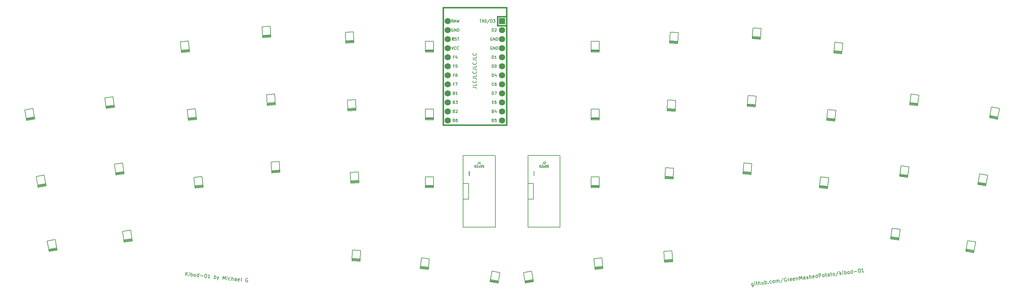
<source format=gbr>
%TF.GenerationSoftware,KiCad,Pcbnew,(6.0.0-0)*%
%TF.CreationDate,2022-01-05T19:35:21+07:00*%
%TF.ProjectId,kibod-01,6b69626f-642d-4303-912e-6b696361645f,rev?*%
%TF.SameCoordinates,Original*%
%TF.FileFunction,Legend,Top*%
%TF.FilePolarity,Positive*%
%FSLAX46Y46*%
G04 Gerber Fmt 4.6, Leading zero omitted, Abs format (unit mm)*
G04 Created by KiCad (PCBNEW (6.0.0-0)) date 2022-01-05 19:35:21*
%MOMM*%
%LPD*%
G01*
G04 APERTURE LIST*
%ADD10C,0.150000*%
%ADD11C,0.127000*%
%ADD12C,0.203200*%
%ADD13C,0.381000*%
%ADD14R,1.752600X1.752600*%
%ADD15C,1.752600*%
G04 APERTURE END LIST*
D10*
X208862580Y-115961778D02*
X208961236Y-116765267D01*
X208925578Y-116865599D01*
X208884117Y-116918666D01*
X208795392Y-116977537D01*
X208653600Y-116994947D01*
X208553269Y-116959289D01*
X208938022Y-116576211D02*
X208849298Y-116635082D01*
X208660241Y-116658295D01*
X208559910Y-116622637D01*
X208506842Y-116581177D01*
X208447972Y-116492452D01*
X208413152Y-116208867D01*
X208448809Y-116108536D01*
X208490270Y-116055468D01*
X208578995Y-115996597D01*
X208768051Y-115973384D01*
X208868383Y-116009042D01*
X209416467Y-116565442D02*
X209335221Y-115903745D01*
X209294597Y-115572896D02*
X209253137Y-115625963D01*
X209306204Y-115667424D01*
X209347665Y-115614357D01*
X209294597Y-115572896D01*
X209306204Y-115667424D01*
X209666069Y-115863121D02*
X210044182Y-115816695D01*
X209767238Y-115514863D02*
X209871698Y-116365617D01*
X209930569Y-116454342D01*
X210030900Y-116489999D01*
X210125428Y-116478392D01*
X210456277Y-116437769D02*
X210334408Y-115445223D01*
X210881654Y-116385540D02*
X210817818Y-115865635D01*
X210758947Y-115776910D01*
X210658615Y-115741252D01*
X210516823Y-115758662D01*
X210428098Y-115817533D01*
X210386637Y-115870600D01*
X211698426Y-115613579D02*
X211779672Y-116275277D01*
X211273049Y-115665809D02*
X211336885Y-116185714D01*
X211395756Y-116274439D01*
X211496087Y-116310097D01*
X211637880Y-116292687D01*
X211726605Y-116233816D01*
X211768065Y-116180749D01*
X212252313Y-116217244D02*
X212130444Y-115224698D01*
X212176870Y-115602811D02*
X212265595Y-115543940D01*
X212454651Y-115520727D01*
X212554983Y-115556384D01*
X212608050Y-115597845D01*
X212666921Y-115686570D01*
X212701741Y-115970154D01*
X212666083Y-116070486D01*
X212624622Y-116123553D01*
X212535898Y-116182424D01*
X212346841Y-116205637D01*
X212246510Y-116169980D01*
X213138724Y-116012453D02*
X213191792Y-116053914D01*
X213150331Y-116106981D01*
X213097263Y-116065520D01*
X213138724Y-116012453D01*
X213150331Y-116106981D01*
X214042546Y-115949454D02*
X213953821Y-116008325D01*
X213764764Y-116031538D01*
X213664433Y-115995881D01*
X213611365Y-115954420D01*
X213552495Y-115865695D01*
X213517675Y-115582110D01*
X213553332Y-115481779D01*
X213594793Y-115428712D01*
X213683518Y-115369841D01*
X213872574Y-115346628D01*
X213972906Y-115382285D01*
X214615518Y-115927079D02*
X214515187Y-115891421D01*
X214462119Y-115849960D01*
X214403248Y-115761236D01*
X214368429Y-115477651D01*
X214404086Y-115377319D01*
X214445547Y-115324252D01*
X214534272Y-115265381D01*
X214676064Y-115247971D01*
X214776396Y-115283629D01*
X214829463Y-115325090D01*
X214888334Y-115413815D01*
X214923154Y-115697399D01*
X214887496Y-115797731D01*
X214846035Y-115850798D01*
X214757310Y-115909669D01*
X214615518Y-115927079D01*
X215371744Y-115834226D02*
X215290497Y-115172529D01*
X215302104Y-115267057D02*
X215343565Y-115213989D01*
X215432290Y-115155119D01*
X215574082Y-115137709D01*
X215674414Y-115173366D01*
X215733284Y-115262091D01*
X215797121Y-115781996D01*
X215733284Y-115262091D02*
X215768942Y-115161760D01*
X215857667Y-115102889D01*
X215999459Y-115085479D01*
X216099791Y-115121136D01*
X216158661Y-115209861D01*
X216222498Y-115729767D01*
X217276427Y-114544874D02*
X216582363Y-115925464D01*
X218138788Y-114534942D02*
X218038456Y-114499285D01*
X217896664Y-114516695D01*
X217760675Y-114581369D01*
X217677753Y-114687504D01*
X217642096Y-114787835D01*
X217618045Y-114982695D01*
X217635455Y-115124487D01*
X217705932Y-115307740D01*
X217764803Y-115396465D01*
X217870938Y-115479387D01*
X218018533Y-115509241D01*
X218113062Y-115497634D01*
X218249051Y-115432960D01*
X218290511Y-115379893D01*
X218249888Y-115049044D01*
X218060832Y-115072258D01*
X218727495Y-115422192D02*
X218646249Y-114760494D01*
X218669462Y-114949550D02*
X218705119Y-114849219D01*
X218746580Y-114796152D01*
X218835305Y-114737281D01*
X218929833Y-114725674D01*
X219714238Y-115253058D02*
X219625513Y-115311929D01*
X219436457Y-115335142D01*
X219336125Y-115299484D01*
X219277254Y-115210760D01*
X219230828Y-114832647D01*
X219266485Y-114732315D01*
X219355210Y-114673445D01*
X219544267Y-114650231D01*
X219644598Y-114685889D01*
X219703469Y-114774614D01*
X219715076Y-114869142D01*
X219254041Y-115021703D01*
X220564992Y-115148599D02*
X220476267Y-115207469D01*
X220287210Y-115230683D01*
X220186879Y-115195025D01*
X220128008Y-115106300D01*
X220081582Y-114728187D01*
X220117239Y-114627856D01*
X220205964Y-114568985D01*
X220395021Y-114545772D01*
X220495352Y-114581429D01*
X220554223Y-114670154D01*
X220565829Y-114764683D01*
X220104795Y-114917244D01*
X220962190Y-114476132D02*
X221043436Y-115137830D01*
X220973796Y-114570660D02*
X221015257Y-114517593D01*
X221103982Y-114458722D01*
X221245774Y-114441312D01*
X221346106Y-114476970D01*
X221404977Y-114565695D01*
X221468813Y-115085600D01*
X221941454Y-115027567D02*
X221819585Y-114035021D01*
X222237483Y-114703359D01*
X222481282Y-113953775D01*
X222603151Y-114946321D01*
X223501169Y-114836058D02*
X223437333Y-114316153D01*
X223378462Y-114227428D01*
X223278131Y-114191770D01*
X223089074Y-114214984D01*
X223000349Y-114273854D01*
X223495366Y-114788794D02*
X223406641Y-114847665D01*
X223170321Y-114876681D01*
X223069989Y-114841024D01*
X223011118Y-114752299D01*
X222999512Y-114657771D01*
X223035169Y-114557439D01*
X223123894Y-114498568D01*
X223360215Y-114469552D01*
X223448940Y-114410681D01*
X223920743Y-114736564D02*
X224021074Y-114772222D01*
X224210131Y-114749008D01*
X224298856Y-114690138D01*
X224334513Y-114589806D01*
X224328710Y-114542542D01*
X224269839Y-114453817D01*
X224169508Y-114418160D01*
X224027715Y-114435570D01*
X223927384Y-114399912D01*
X223868513Y-114311187D01*
X223862710Y-114263923D01*
X223898367Y-114163592D01*
X223987092Y-114104721D01*
X224128885Y-114087311D01*
X224229216Y-114122969D01*
X224777300Y-114679369D02*
X224655431Y-113686823D01*
X225202677Y-114627139D02*
X225138841Y-114107234D01*
X225079970Y-114018509D01*
X224979638Y-113982852D01*
X224837846Y-114000262D01*
X224749121Y-114059132D01*
X224707660Y-114112200D01*
X226047628Y-114475416D02*
X225958903Y-114534286D01*
X225769846Y-114557500D01*
X225669515Y-114521842D01*
X225610644Y-114433117D01*
X225564218Y-114055004D01*
X225599875Y-113954673D01*
X225688600Y-113895802D01*
X225877656Y-113872589D01*
X225977988Y-113908246D01*
X226036859Y-113996971D01*
X226048465Y-114091499D01*
X225587431Y-114244061D01*
X226951449Y-114412417D02*
X226829579Y-113419871D01*
X226945646Y-114365153D02*
X226856921Y-114424024D01*
X226667864Y-114447237D01*
X226567533Y-114411579D01*
X226514465Y-114370118D01*
X226455595Y-114281394D01*
X226420775Y-113997809D01*
X226456432Y-113897477D01*
X226497893Y-113844410D01*
X226586618Y-113785539D01*
X226775674Y-113762326D01*
X226876006Y-113797984D01*
X227424090Y-114354384D02*
X227302220Y-113361838D01*
X227680333Y-113315411D01*
X227780665Y-113351069D01*
X227833732Y-113392530D01*
X227892603Y-113481255D01*
X227910013Y-113623047D01*
X227874355Y-113723378D01*
X227832895Y-113776446D01*
X227744170Y-113835316D01*
X227366057Y-113881743D01*
X228558428Y-114215105D02*
X228458097Y-114179447D01*
X228405029Y-114137986D01*
X228346159Y-114049261D01*
X228311339Y-113765677D01*
X228346996Y-113665345D01*
X228388457Y-113612278D01*
X228477182Y-113553407D01*
X228618974Y-113535997D01*
X228719306Y-113571655D01*
X228772373Y-113613116D01*
X228831244Y-113701841D01*
X228866064Y-113985425D01*
X228830406Y-114085757D01*
X228788946Y-114138824D01*
X228700221Y-114197695D01*
X228558428Y-114215105D01*
X229091615Y-113477964D02*
X229469728Y-113431538D01*
X229192785Y-113129706D02*
X229297244Y-113980460D01*
X229356115Y-114069184D01*
X229456446Y-114104842D01*
X229550974Y-114093235D01*
X230307200Y-114000383D02*
X230243364Y-113480477D01*
X230184493Y-113391752D01*
X230084162Y-113356095D01*
X229895105Y-113379308D01*
X229806380Y-113438179D01*
X230301397Y-113953118D02*
X230212672Y-114011989D01*
X229976351Y-114041006D01*
X229876020Y-114005348D01*
X229817149Y-113916623D01*
X229805543Y-113822095D01*
X229841200Y-113721764D01*
X229929925Y-113662893D01*
X230166245Y-113633876D01*
X230254970Y-113575006D01*
X230556803Y-113298062D02*
X230934915Y-113251636D01*
X230657972Y-112949803D02*
X230762431Y-113800557D01*
X230821302Y-113889282D01*
X230921633Y-113924940D01*
X231016162Y-113913333D01*
X231488803Y-113855300D02*
X231388471Y-113819642D01*
X231335404Y-113778182D01*
X231276533Y-113689457D01*
X231241713Y-113405872D01*
X231277371Y-113305541D01*
X231318832Y-113252473D01*
X231407556Y-113193603D01*
X231549349Y-113176193D01*
X231649680Y-113211850D01*
X231702748Y-113253311D01*
X231761618Y-113342036D01*
X231796438Y-113625620D01*
X231760781Y-113725952D01*
X231719320Y-113779019D01*
X231630595Y-113837890D01*
X231488803Y-113855300D01*
X232826317Y-112635587D02*
X232132252Y-114016178D01*
X233284839Y-113634774D02*
X233162969Y-112642228D01*
X233332940Y-113245055D02*
X233662951Y-113588348D01*
X233581705Y-112926651D02*
X233250019Y-113351190D01*
X234088328Y-113536118D02*
X234007082Y-112874421D01*
X233966459Y-112543572D02*
X233924998Y-112596640D01*
X233978066Y-112638100D01*
X234019526Y-112585033D01*
X233966459Y-112543572D01*
X233978066Y-112638100D01*
X234560969Y-113478085D02*
X234439100Y-112485539D01*
X234485526Y-112863652D02*
X234574251Y-112804781D01*
X234763308Y-112781568D01*
X234863639Y-112817226D01*
X234916707Y-112858686D01*
X234975577Y-112947411D01*
X235010397Y-113230996D01*
X234974740Y-113331327D01*
X234933279Y-113384395D01*
X234844554Y-113443266D01*
X234655498Y-113466479D01*
X234555166Y-113430821D01*
X235600780Y-113350413D02*
X235500448Y-113314755D01*
X235447381Y-113273294D01*
X235388510Y-113184569D01*
X235353690Y-112900985D01*
X235389348Y-112800653D01*
X235430808Y-112747586D01*
X235519533Y-112688715D01*
X235661326Y-112671305D01*
X235761657Y-112706963D01*
X235814725Y-112748424D01*
X235873595Y-112837149D01*
X235908415Y-113120733D01*
X235872758Y-113221065D01*
X235831297Y-113274132D01*
X235742572Y-113333003D01*
X235600780Y-113350413D01*
X236782382Y-113205330D02*
X236660513Y-112212784D01*
X236776579Y-113158066D02*
X236687854Y-113216937D01*
X236498798Y-113240150D01*
X236398466Y-113204492D01*
X236345399Y-113163032D01*
X236286528Y-113074307D01*
X236251708Y-112790722D01*
X236287366Y-112690391D01*
X236328826Y-112637323D01*
X236417551Y-112578453D01*
X236606608Y-112555239D01*
X236706939Y-112590897D01*
X237208597Y-112769184D02*
X237964822Y-112676331D01*
X238551077Y-111980652D02*
X238645605Y-111969045D01*
X238745937Y-112004703D01*
X238799004Y-112046164D01*
X238857875Y-112134888D01*
X238928352Y-112318142D01*
X238957369Y-112554462D01*
X238933318Y-112749322D01*
X238897660Y-112849653D01*
X238856199Y-112902721D01*
X238767474Y-112961591D01*
X238672946Y-112973198D01*
X238572615Y-112937541D01*
X238519547Y-112896080D01*
X238460677Y-112807355D01*
X238390199Y-112624102D01*
X238361183Y-112387781D01*
X238385234Y-112192922D01*
X238420891Y-112092590D01*
X238462352Y-112039523D01*
X238551077Y-111980652D01*
X239949077Y-112816509D02*
X239381908Y-112886149D01*
X239665492Y-112851329D02*
X239543623Y-111858783D01*
X239466505Y-112012181D01*
X239383583Y-112118316D01*
X239294858Y-112177187D01*
X49682486Y-113836523D02*
X49787014Y-112842001D01*
X50250784Y-113896253D02*
X49884291Y-113283157D01*
X50355312Y-112901731D02*
X49727284Y-113410299D01*
X50677008Y-113941051D02*
X50746693Y-113278036D01*
X50781536Y-112946529D02*
X50729200Y-112988910D01*
X50771581Y-113041246D01*
X50823917Y-112998865D01*
X50781536Y-112946529D01*
X50771581Y-113041246D01*
X51150590Y-113990827D02*
X51255118Y-112996305D01*
X51215298Y-113375170D02*
X51314992Y-113337767D01*
X51504424Y-113357677D01*
X51594163Y-113414990D01*
X51636544Y-113467326D01*
X51673947Y-113567020D01*
X51644082Y-113851169D01*
X51586768Y-113940908D01*
X51534433Y-113983289D01*
X51434739Y-114020692D01*
X51245306Y-114000782D01*
X51155567Y-113943468D01*
X52192470Y-114100333D02*
X52102731Y-114043019D01*
X52060350Y-113990684D01*
X52022947Y-113890990D01*
X52052812Y-113606840D01*
X52110126Y-113517102D01*
X52162461Y-113474721D01*
X52262155Y-113437318D01*
X52404230Y-113452251D01*
X52493969Y-113509564D01*
X52536349Y-113561900D01*
X52573752Y-113661593D01*
X52543887Y-113945743D01*
X52486574Y-114035481D01*
X52434238Y-114077862D01*
X52334544Y-114115265D01*
X52192470Y-114100333D01*
X53376424Y-114224771D02*
X53480953Y-113230249D01*
X53381402Y-114177413D02*
X53281708Y-114214816D01*
X53092275Y-114194906D01*
X53002536Y-114137593D01*
X52960156Y-114085257D01*
X52922753Y-113985563D01*
X52952618Y-113701414D01*
X53009931Y-113611675D01*
X53062267Y-113569294D01*
X53161961Y-113531891D01*
X53351394Y-113551801D01*
X53441132Y-113609115D01*
X53889826Y-113895681D02*
X54647557Y-113975322D01*
X55375280Y-113429351D02*
X55469996Y-113439306D01*
X55559735Y-113496619D01*
X55602116Y-113548955D01*
X55639519Y-113648649D01*
X55666967Y-113843059D01*
X55642079Y-114079850D01*
X55574811Y-114264306D01*
X55517498Y-114354044D01*
X55465162Y-114396425D01*
X55365468Y-114433828D01*
X55270752Y-114423873D01*
X55181013Y-114366560D01*
X55138632Y-114314224D01*
X55101229Y-114214530D01*
X55073781Y-114020120D01*
X55098669Y-113783329D01*
X55165937Y-113598874D01*
X55223250Y-113509135D01*
X55275586Y-113466754D01*
X55375280Y-113429351D01*
X56549423Y-114558267D02*
X55981124Y-114498536D01*
X56265274Y-114528401D02*
X56369802Y-113533880D01*
X56260153Y-113665999D01*
X56155482Y-113750760D01*
X56055788Y-113788163D01*
X57733377Y-114682705D02*
X57837906Y-113688183D01*
X57798085Y-114067049D02*
X57897779Y-114029646D01*
X58087212Y-114049556D01*
X58176951Y-114106869D01*
X58219332Y-114159205D01*
X58256735Y-114258899D01*
X58226869Y-114543048D01*
X58169556Y-114632787D01*
X58117220Y-114675168D01*
X58017526Y-114712571D01*
X57828094Y-114692660D01*
X57738355Y-114635347D01*
X58608152Y-114104309D02*
X58775257Y-114792211D01*
X59081734Y-114154085D02*
X58775257Y-114792211D01*
X58655653Y-115019047D01*
X58603318Y-115061428D01*
X58503624Y-115098831D01*
X60148645Y-114936560D02*
X60253173Y-113942038D01*
X60510017Y-114687254D01*
X60916188Y-114011724D01*
X60811659Y-115006246D01*
X61285241Y-115056021D02*
X61354927Y-114393007D01*
X61389770Y-114061499D02*
X61337434Y-114103880D01*
X61379815Y-114156216D01*
X61432150Y-114113835D01*
X61389770Y-114061499D01*
X61379815Y-114156216D01*
X62190024Y-115103237D02*
X62090330Y-115140640D01*
X61900898Y-115120729D01*
X61811159Y-115063416D01*
X61768778Y-115011080D01*
X61731375Y-114911387D01*
X61761240Y-114627237D01*
X61818554Y-114537499D01*
X61870889Y-114495118D01*
X61970583Y-114457715D01*
X62160016Y-114477625D01*
X62249755Y-114534938D01*
X62611270Y-115195393D02*
X62715799Y-114200871D01*
X63037494Y-115240191D02*
X63092247Y-114719250D01*
X63054844Y-114619557D01*
X62965105Y-114562243D01*
X62823031Y-114547311D01*
X62723337Y-114584714D01*
X62671001Y-114627094D01*
X63937300Y-115334764D02*
X63992053Y-114813824D01*
X63954650Y-114714130D01*
X63864911Y-114656817D01*
X63675478Y-114636906D01*
X63575784Y-114674310D01*
X63942277Y-115287406D02*
X63842583Y-115324809D01*
X63605792Y-115299921D01*
X63516053Y-115242608D01*
X63478650Y-115142914D01*
X63488605Y-115048198D01*
X63545919Y-114958459D01*
X63645613Y-114921056D01*
X63882404Y-114945943D01*
X63982098Y-114908540D01*
X64794724Y-115377002D02*
X64695031Y-115414405D01*
X64505598Y-115394494D01*
X64415859Y-115337181D01*
X64378456Y-115237487D01*
X64418276Y-114858622D01*
X64475590Y-114768883D01*
X64575283Y-114731480D01*
X64764716Y-114751390D01*
X64854455Y-114808703D01*
X64891858Y-114908397D01*
X64881903Y-115003114D01*
X64398366Y-115048055D01*
X65405403Y-115489068D02*
X65315665Y-115431755D01*
X65278261Y-115332061D01*
X65367857Y-114479613D01*
X67162491Y-114716118D02*
X67072752Y-114658805D01*
X66930677Y-114643872D01*
X66783625Y-114676298D01*
X66678954Y-114761059D01*
X66621641Y-114850798D01*
X66554372Y-115035253D01*
X66539440Y-115177328D01*
X66566888Y-115371738D01*
X66604291Y-115471432D01*
X66689052Y-115576103D01*
X66826149Y-115638394D01*
X66920865Y-115648349D01*
X67067917Y-115615924D01*
X67120253Y-115573543D01*
X67155096Y-115242036D01*
X66965663Y-115222126D01*
D11*
%TO.C,J1*%
X131876800Y-81836171D02*
X131876800Y-82271600D01*
X131847771Y-82358685D01*
X131789714Y-82416742D01*
X131702628Y-82445771D01*
X131644571Y-82445771D01*
X132486400Y-82445771D02*
X132138057Y-82445771D01*
X132312228Y-82445771D02*
X132312228Y-81836171D01*
X132254171Y-81923257D01*
X132196114Y-81981314D01*
X132138057Y-82010342D01*
X130933371Y-82836171D02*
X130991428Y-82836171D01*
X131049485Y-82865200D01*
X131078514Y-82894228D01*
X131107542Y-82952285D01*
X131136571Y-83068400D01*
X131136571Y-83213542D01*
X131107542Y-83329657D01*
X131078514Y-83387714D01*
X131049485Y-83416742D01*
X130991428Y-83445771D01*
X130933371Y-83445771D01*
X130875314Y-83416742D01*
X130846285Y-83387714D01*
X130817257Y-83329657D01*
X130788228Y-83213542D01*
X130788228Y-83068400D01*
X130817257Y-82952285D01*
X130846285Y-82894228D01*
X130875314Y-82865200D01*
X130933371Y-82836171D01*
X131368800Y-82894228D02*
X131397828Y-82865200D01*
X131455885Y-82836171D01*
X131601028Y-82836171D01*
X131659085Y-82865200D01*
X131688114Y-82894228D01*
X131717142Y-82952285D01*
X131717142Y-83010342D01*
X131688114Y-83097428D01*
X131339771Y-83445771D01*
X131717142Y-83445771D01*
X131920342Y-83445771D02*
X132239657Y-83039371D01*
X131920342Y-83039371D02*
X132239657Y-83445771D01*
X132588000Y-82836171D02*
X132646057Y-82836171D01*
X132704114Y-82865200D01*
X132733142Y-82894228D01*
X132762171Y-82952285D01*
X132791200Y-83068400D01*
X132791200Y-83213542D01*
X132762171Y-83329657D01*
X132733142Y-83387714D01*
X132704114Y-83416742D01*
X132646057Y-83445771D01*
X132588000Y-83445771D01*
X132529942Y-83416742D01*
X132500914Y-83387714D01*
X132471885Y-83329657D01*
X132442857Y-83213542D01*
X132442857Y-83068400D01*
X132471885Y-82952285D01*
X132500914Y-82894228D01*
X132529942Y-82865200D01*
X132588000Y-82836171D01*
X133342742Y-82836171D02*
X133052457Y-82836171D01*
X133023428Y-83126457D01*
X133052457Y-83097428D01*
X133110514Y-83068400D01*
X133255657Y-83068400D01*
X133313714Y-83097428D01*
X133342742Y-83126457D01*
X133371771Y-83184514D01*
X133371771Y-83329657D01*
X133342742Y-83387714D01*
X133313714Y-83416742D01*
X133255657Y-83445771D01*
X133110514Y-83445771D01*
X133052457Y-83416742D01*
X133023428Y-83387714D01*
%TO.C,J2*%
X150048927Y-81836171D02*
X150048927Y-82271600D01*
X150019898Y-82358685D01*
X149961841Y-82416742D01*
X149874755Y-82445771D01*
X149816698Y-82445771D01*
X150310184Y-81894228D02*
X150339212Y-81865200D01*
X150397269Y-81836171D01*
X150542412Y-81836171D01*
X150600469Y-81865200D01*
X150629498Y-81894228D01*
X150658527Y-81952285D01*
X150658527Y-82010342D01*
X150629498Y-82097428D01*
X150281155Y-82445771D01*
X150658527Y-82445771D01*
X149105498Y-82836171D02*
X149163555Y-82836171D01*
X149221612Y-82865200D01*
X149250641Y-82894228D01*
X149279669Y-82952285D01*
X149308698Y-83068400D01*
X149308698Y-83213542D01*
X149279669Y-83329657D01*
X149250641Y-83387714D01*
X149221612Y-83416742D01*
X149163555Y-83445771D01*
X149105498Y-83445771D01*
X149047441Y-83416742D01*
X149018412Y-83387714D01*
X148989384Y-83329657D01*
X148960355Y-83213542D01*
X148960355Y-83068400D01*
X148989384Y-82952285D01*
X149018412Y-82894228D01*
X149047441Y-82865200D01*
X149105498Y-82836171D01*
X149540927Y-82894228D02*
X149569955Y-82865200D01*
X149628012Y-82836171D01*
X149773155Y-82836171D01*
X149831212Y-82865200D01*
X149860241Y-82894228D01*
X149889269Y-82952285D01*
X149889269Y-83010342D01*
X149860241Y-83097428D01*
X149511898Y-83445771D01*
X149889269Y-83445771D01*
X150092469Y-83445771D02*
X150411784Y-83039371D01*
X150092469Y-83039371D02*
X150411784Y-83445771D01*
X150760127Y-82836171D02*
X150818184Y-82836171D01*
X150876241Y-82865200D01*
X150905269Y-82894228D01*
X150934298Y-82952285D01*
X150963327Y-83068400D01*
X150963327Y-83213542D01*
X150934298Y-83329657D01*
X150905269Y-83387714D01*
X150876241Y-83416742D01*
X150818184Y-83445771D01*
X150760127Y-83445771D01*
X150702069Y-83416742D01*
X150673041Y-83387714D01*
X150644012Y-83329657D01*
X150614984Y-83213542D01*
X150614984Y-83068400D01*
X150644012Y-82952285D01*
X150673041Y-82894228D01*
X150702069Y-82865200D01*
X150760127Y-82836171D01*
X151514869Y-82836171D02*
X151224584Y-82836171D01*
X151195555Y-83126457D01*
X151224584Y-83097428D01*
X151282641Y-83068400D01*
X151427784Y-83068400D01*
X151485841Y-83097428D01*
X151514869Y-83126457D01*
X151543898Y-83184514D01*
X151543898Y-83329657D01*
X151514869Y-83387714D01*
X151485841Y-83416742D01*
X151427784Y-83445771D01*
X151282641Y-83445771D01*
X151224584Y-83416742D01*
X151195555Y-83387714D01*
D10*
%TO.C,U1*%
X125236666Y-47713809D02*
X125350952Y-47751904D01*
X125541428Y-47751904D01*
X125617619Y-47713809D01*
X125655714Y-47675714D01*
X125693809Y-47599523D01*
X125693809Y-47523333D01*
X125655714Y-47447142D01*
X125617619Y-47409047D01*
X125541428Y-47370952D01*
X125389047Y-47332857D01*
X125312857Y-47294761D01*
X125274761Y-47256666D01*
X125236666Y-47180476D01*
X125236666Y-47104285D01*
X125274761Y-47028095D01*
X125312857Y-46990000D01*
X125389047Y-46951904D01*
X125579523Y-46951904D01*
X125693809Y-46990000D01*
X125922380Y-46951904D02*
X126379523Y-46951904D01*
X126150952Y-47751904D02*
X126150952Y-46951904D01*
X125025190Y-67672857D02*
X125139476Y-67710952D01*
X125177571Y-67749047D01*
X125215666Y-67825238D01*
X125215666Y-67939523D01*
X125177571Y-68015714D01*
X125139476Y-68053809D01*
X125063285Y-68091904D01*
X124758523Y-68091904D01*
X124758523Y-67291904D01*
X125025190Y-67291904D01*
X125101380Y-67330000D01*
X125139476Y-67368095D01*
X125177571Y-67444285D01*
X125177571Y-67520476D01*
X125139476Y-67596666D01*
X125101380Y-67634761D01*
X125025190Y-67672857D01*
X124758523Y-67672857D01*
X125520428Y-67368095D02*
X125558523Y-67330000D01*
X125634714Y-67291904D01*
X125825190Y-67291904D01*
X125901380Y-67330000D01*
X125939476Y-67368095D01*
X125977571Y-67444285D01*
X125977571Y-67520476D01*
X125939476Y-67634761D01*
X125482333Y-68091904D01*
X125977571Y-68091904D01*
X135718619Y-65132857D02*
X135985285Y-65132857D01*
X136099571Y-65551904D02*
X135718619Y-65551904D01*
X135718619Y-64751904D01*
X136099571Y-64751904D01*
X136785285Y-64751904D02*
X136632904Y-64751904D01*
X136556714Y-64790000D01*
X136518619Y-64828095D01*
X136442428Y-64942380D01*
X136404333Y-65094761D01*
X136404333Y-65399523D01*
X136442428Y-65475714D01*
X136480523Y-65513809D01*
X136556714Y-65551904D01*
X136709095Y-65551904D01*
X136785285Y-65513809D01*
X136823380Y-65475714D01*
X136861476Y-65399523D01*
X136861476Y-65209047D01*
X136823380Y-65132857D01*
X136785285Y-65094761D01*
X136709095Y-65056666D01*
X136556714Y-65056666D01*
X136480523Y-65094761D01*
X136442428Y-65132857D01*
X136404333Y-65209047D01*
X135680523Y-63011904D02*
X135680523Y-62211904D01*
X135871000Y-62211904D01*
X135985285Y-62250000D01*
X136061476Y-62326190D01*
X136099571Y-62402380D01*
X136137666Y-62554761D01*
X136137666Y-62669047D01*
X136099571Y-62821428D01*
X136061476Y-62897619D01*
X135985285Y-62973809D01*
X135871000Y-63011904D01*
X135680523Y-63011904D01*
X136404333Y-62211904D02*
X136937666Y-62211904D01*
X136594809Y-63011904D01*
X136137666Y-60395714D02*
X136099571Y-60433809D01*
X135985285Y-60471904D01*
X135909095Y-60471904D01*
X135794809Y-60433809D01*
X135718619Y-60357619D01*
X135680523Y-60281428D01*
X135642428Y-60129047D01*
X135642428Y-60014761D01*
X135680523Y-59862380D01*
X135718619Y-59786190D01*
X135794809Y-59710000D01*
X135909095Y-59671904D01*
X135985285Y-59671904D01*
X136099571Y-59710000D01*
X136137666Y-59748095D01*
X136823380Y-59671904D02*
X136671000Y-59671904D01*
X136594809Y-59710000D01*
X136556714Y-59748095D01*
X136480523Y-59862380D01*
X136442428Y-60014761D01*
X136442428Y-60319523D01*
X136480523Y-60395714D01*
X136518619Y-60433809D01*
X136594809Y-60471904D01*
X136747190Y-60471904D01*
X136823380Y-60433809D01*
X136861476Y-60395714D01*
X136899571Y-60319523D01*
X136899571Y-60129047D01*
X136861476Y-60052857D01*
X136823380Y-60014761D01*
X136747190Y-59976666D01*
X136594809Y-59976666D01*
X136518619Y-60014761D01*
X136480523Y-60052857D01*
X136442428Y-60129047D01*
X130262380Y-60919047D02*
X130976666Y-60919047D01*
X131119523Y-60966666D01*
X131214761Y-61061904D01*
X131262380Y-61204761D01*
X131262380Y-61300000D01*
X131262380Y-59966666D02*
X131262380Y-60442857D01*
X130262380Y-60442857D01*
X131167142Y-59061904D02*
X131214761Y-59109523D01*
X131262380Y-59252380D01*
X131262380Y-59347619D01*
X131214761Y-59490476D01*
X131119523Y-59585714D01*
X131024285Y-59633333D01*
X130833809Y-59680952D01*
X130690952Y-59680952D01*
X130500476Y-59633333D01*
X130405238Y-59585714D01*
X130310000Y-59490476D01*
X130262380Y-59347619D01*
X130262380Y-59252380D01*
X130310000Y-59109523D01*
X130357619Y-59061904D01*
X130262380Y-58347619D02*
X130976666Y-58347619D01*
X131119523Y-58395238D01*
X131214761Y-58490476D01*
X131262380Y-58633333D01*
X131262380Y-58728571D01*
X131262380Y-57395238D02*
X131262380Y-57871428D01*
X130262380Y-57871428D01*
X131167142Y-56490476D02*
X131214761Y-56538095D01*
X131262380Y-56680952D01*
X131262380Y-56776190D01*
X131214761Y-56919047D01*
X131119523Y-57014285D01*
X131024285Y-57061904D01*
X130833809Y-57109523D01*
X130690952Y-57109523D01*
X130500476Y-57061904D01*
X130405238Y-57014285D01*
X130310000Y-56919047D01*
X130262380Y-56776190D01*
X130262380Y-56680952D01*
X130310000Y-56538095D01*
X130357619Y-56490476D01*
X130262380Y-55776190D02*
X130976666Y-55776190D01*
X131119523Y-55823809D01*
X131214761Y-55919047D01*
X131262380Y-56061904D01*
X131262380Y-56157142D01*
X131262380Y-54823809D02*
X131262380Y-55300000D01*
X130262380Y-55300000D01*
X131167142Y-53919047D02*
X131214761Y-53966666D01*
X131262380Y-54109523D01*
X131262380Y-54204761D01*
X131214761Y-54347619D01*
X131119523Y-54442857D01*
X131024285Y-54490476D01*
X130833809Y-54538095D01*
X130690952Y-54538095D01*
X130500476Y-54490476D01*
X130405238Y-54442857D01*
X130310000Y-54347619D01*
X130262380Y-54204761D01*
X130262380Y-54109523D01*
X130310000Y-53966666D01*
X130357619Y-53919047D01*
X130262380Y-53204761D02*
X130976666Y-53204761D01*
X131119523Y-53252380D01*
X131214761Y-53347619D01*
X131262380Y-53490476D01*
X131262380Y-53585714D01*
X131262380Y-52252380D02*
X131262380Y-52728571D01*
X130262380Y-52728571D01*
X131167142Y-51347619D02*
X131214761Y-51395238D01*
X131262380Y-51538095D01*
X131262380Y-51633333D01*
X131214761Y-51776190D01*
X131119523Y-51871428D01*
X131024285Y-51919047D01*
X130833809Y-51966666D01*
X130690952Y-51966666D01*
X130500476Y-51919047D01*
X130405238Y-51871428D01*
X130310000Y-51776190D01*
X130262380Y-51633333D01*
X130262380Y-51538095D01*
X130310000Y-51395238D01*
X130357619Y-51347619D01*
X135680523Y-55391904D02*
X135680523Y-54591904D01*
X135871000Y-54591904D01*
X135985285Y-54630000D01*
X136061476Y-54706190D01*
X136099571Y-54782380D01*
X136137666Y-54934761D01*
X136137666Y-55049047D01*
X136099571Y-55201428D01*
X136061476Y-55277619D01*
X135985285Y-55353809D01*
X135871000Y-55391904D01*
X135680523Y-55391904D01*
X136632904Y-54591904D02*
X136709095Y-54591904D01*
X136785285Y-54630000D01*
X136823380Y-54668095D01*
X136861476Y-54744285D01*
X136899571Y-54896666D01*
X136899571Y-55087142D01*
X136861476Y-55239523D01*
X136823380Y-55315714D01*
X136785285Y-55353809D01*
X136709095Y-55391904D01*
X136632904Y-55391904D01*
X136556714Y-55353809D01*
X136518619Y-55315714D01*
X136480523Y-55239523D01*
X136442428Y-55087142D01*
X136442428Y-54896666D01*
X136480523Y-54744285D01*
X136518619Y-54668095D01*
X136556714Y-54630000D01*
X136632904Y-54591904D01*
X135680523Y-45231904D02*
X135680523Y-44431904D01*
X135871000Y-44431904D01*
X135985285Y-44470000D01*
X136061476Y-44546190D01*
X136099571Y-44622380D01*
X136137666Y-44774761D01*
X136137666Y-44889047D01*
X136099571Y-45041428D01*
X136061476Y-45117619D01*
X135985285Y-45193809D01*
X135871000Y-45231904D01*
X135680523Y-45231904D01*
X136442428Y-44508095D02*
X136480523Y-44470000D01*
X136556714Y-44431904D01*
X136747190Y-44431904D01*
X136823380Y-44470000D01*
X136861476Y-44508095D01*
X136899571Y-44584285D01*
X136899571Y-44660476D01*
X136861476Y-44774761D01*
X136404333Y-45231904D01*
X136899571Y-45231904D01*
X125082333Y-57512857D02*
X124815666Y-57512857D01*
X124815666Y-57931904D02*
X124815666Y-57131904D01*
X125196619Y-57131904D01*
X125844238Y-57131904D02*
X125691857Y-57131904D01*
X125615666Y-57170000D01*
X125577571Y-57208095D01*
X125501380Y-57322380D01*
X125463285Y-57474761D01*
X125463285Y-57779523D01*
X125501380Y-57855714D01*
X125539476Y-57893809D01*
X125615666Y-57931904D01*
X125768047Y-57931904D01*
X125844238Y-57893809D01*
X125882333Y-57855714D01*
X125920428Y-57779523D01*
X125920428Y-57589047D01*
X125882333Y-57512857D01*
X125844238Y-57474761D01*
X125768047Y-57436666D01*
X125615666Y-57436666D01*
X125539476Y-57474761D01*
X125501380Y-57512857D01*
X125463285Y-57589047D01*
X125025190Y-62592857D02*
X125139476Y-62630952D01*
X125177571Y-62669047D01*
X125215666Y-62745238D01*
X125215666Y-62859523D01*
X125177571Y-62935714D01*
X125139476Y-62973809D01*
X125063285Y-63011904D01*
X124758523Y-63011904D01*
X124758523Y-62211904D01*
X125025190Y-62211904D01*
X125101380Y-62250000D01*
X125139476Y-62288095D01*
X125177571Y-62364285D01*
X125177571Y-62440476D01*
X125139476Y-62516666D01*
X125101380Y-62554761D01*
X125025190Y-62592857D01*
X124758523Y-62592857D01*
X125977571Y-63011904D02*
X125520428Y-63011904D01*
X125749000Y-63011904D02*
X125749000Y-62211904D01*
X125672809Y-62326190D01*
X125596619Y-62402380D01*
X125520428Y-62440476D01*
X135947190Y-70212857D02*
X136061476Y-70250952D01*
X136099571Y-70289047D01*
X136137666Y-70365238D01*
X136137666Y-70479523D01*
X136099571Y-70555714D01*
X136061476Y-70593809D01*
X135985285Y-70631904D01*
X135680523Y-70631904D01*
X135680523Y-69831904D01*
X135947190Y-69831904D01*
X136023380Y-69870000D01*
X136061476Y-69908095D01*
X136099571Y-69984285D01*
X136099571Y-70060476D01*
X136061476Y-70136666D01*
X136023380Y-70174761D01*
X135947190Y-70212857D01*
X135680523Y-70212857D01*
X136861476Y-69831904D02*
X136480523Y-69831904D01*
X136442428Y-70212857D01*
X136480523Y-70174761D01*
X136556714Y-70136666D01*
X136747190Y-70136666D01*
X136823380Y-70174761D01*
X136861476Y-70212857D01*
X136899571Y-70289047D01*
X136899571Y-70479523D01*
X136861476Y-70555714D01*
X136823380Y-70593809D01*
X136747190Y-70631904D01*
X136556714Y-70631904D01*
X136480523Y-70593809D01*
X136442428Y-70555714D01*
X135661476Y-49550000D02*
X135585285Y-49511904D01*
X135471000Y-49511904D01*
X135356714Y-49550000D01*
X135280523Y-49626190D01*
X135242428Y-49702380D01*
X135204333Y-49854761D01*
X135204333Y-49969047D01*
X135242428Y-50121428D01*
X135280523Y-50197619D01*
X135356714Y-50273809D01*
X135471000Y-50311904D01*
X135547190Y-50311904D01*
X135661476Y-50273809D01*
X135699571Y-50235714D01*
X135699571Y-49969047D01*
X135547190Y-49969047D01*
X136042428Y-50311904D02*
X136042428Y-49511904D01*
X136499571Y-50311904D01*
X136499571Y-49511904D01*
X136880523Y-50311904D02*
X136880523Y-49511904D01*
X137071000Y-49511904D01*
X137185285Y-49550000D01*
X137261476Y-49626190D01*
X137299571Y-49702380D01*
X137337666Y-49854761D01*
X137337666Y-49969047D01*
X137299571Y-50121428D01*
X137261476Y-50197619D01*
X137185285Y-50273809D01*
X137071000Y-50311904D01*
X136880523Y-50311904D01*
X135680523Y-52851904D02*
X135680523Y-52051904D01*
X135871000Y-52051904D01*
X135985285Y-52090000D01*
X136061476Y-52166190D01*
X136099571Y-52242380D01*
X136137666Y-52394761D01*
X136137666Y-52509047D01*
X136099571Y-52661428D01*
X136061476Y-52737619D01*
X135985285Y-52813809D01*
X135871000Y-52851904D01*
X135680523Y-52851904D01*
X136899571Y-52851904D02*
X136442428Y-52851904D01*
X136671000Y-52851904D02*
X136671000Y-52051904D01*
X136594809Y-52166190D01*
X136518619Y-52242380D01*
X136442428Y-52280476D01*
X135661476Y-47010000D02*
X135585285Y-46971904D01*
X135471000Y-46971904D01*
X135356714Y-47010000D01*
X135280523Y-47086190D01*
X135242428Y-47162380D01*
X135204333Y-47314761D01*
X135204333Y-47429047D01*
X135242428Y-47581428D01*
X135280523Y-47657619D01*
X135356714Y-47733809D01*
X135471000Y-47771904D01*
X135547190Y-47771904D01*
X135661476Y-47733809D01*
X135699571Y-47695714D01*
X135699571Y-47429047D01*
X135547190Y-47429047D01*
X136042428Y-47771904D02*
X136042428Y-46971904D01*
X136499571Y-47771904D01*
X136499571Y-46971904D01*
X136880523Y-47771904D02*
X136880523Y-46971904D01*
X137071000Y-46971904D01*
X137185285Y-47010000D01*
X137261476Y-47086190D01*
X137299571Y-47162380D01*
X137337666Y-47314761D01*
X137337666Y-47429047D01*
X137299571Y-47581428D01*
X137261476Y-47657619D01*
X137185285Y-47733809D01*
X137071000Y-47771904D01*
X136880523Y-47771904D01*
X124282333Y-49511904D02*
X124549000Y-50311904D01*
X124815666Y-49511904D01*
X125539476Y-50235714D02*
X125501380Y-50273809D01*
X125387095Y-50311904D01*
X125310904Y-50311904D01*
X125196619Y-50273809D01*
X125120428Y-50197619D01*
X125082333Y-50121428D01*
X125044238Y-49969047D01*
X125044238Y-49854761D01*
X125082333Y-49702380D01*
X125120428Y-49626190D01*
X125196619Y-49550000D01*
X125310904Y-49511904D01*
X125387095Y-49511904D01*
X125501380Y-49550000D01*
X125539476Y-49588095D01*
X126339476Y-50235714D02*
X126301380Y-50273809D01*
X126187095Y-50311904D01*
X126110904Y-50311904D01*
X125996619Y-50273809D01*
X125920428Y-50197619D01*
X125882333Y-50121428D01*
X125844238Y-49969047D01*
X125844238Y-49854761D01*
X125882333Y-49702380D01*
X125920428Y-49626190D01*
X125996619Y-49550000D01*
X126110904Y-49511904D01*
X126187095Y-49511904D01*
X126301380Y-49550000D01*
X126339476Y-49588095D01*
X125082333Y-54972857D02*
X124815666Y-54972857D01*
X124815666Y-55391904D02*
X124815666Y-54591904D01*
X125196619Y-54591904D01*
X125882333Y-54591904D02*
X125501380Y-54591904D01*
X125463285Y-54972857D01*
X125501380Y-54934761D01*
X125577571Y-54896666D01*
X125768047Y-54896666D01*
X125844238Y-54934761D01*
X125882333Y-54972857D01*
X125920428Y-55049047D01*
X125920428Y-55239523D01*
X125882333Y-55315714D01*
X125844238Y-55353809D01*
X125768047Y-55391904D01*
X125577571Y-55391904D01*
X125501380Y-55353809D01*
X125463285Y-55315714D01*
X125025190Y-70212857D02*
X125139476Y-70250952D01*
X125177571Y-70289047D01*
X125215666Y-70365238D01*
X125215666Y-70479523D01*
X125177571Y-70555714D01*
X125139476Y-70593809D01*
X125063285Y-70631904D01*
X124758523Y-70631904D01*
X124758523Y-69831904D01*
X125025190Y-69831904D01*
X125101380Y-69870000D01*
X125139476Y-69908095D01*
X125177571Y-69984285D01*
X125177571Y-70060476D01*
X125139476Y-70136666D01*
X125101380Y-70174761D01*
X125025190Y-70212857D01*
X124758523Y-70212857D01*
X125901380Y-69831904D02*
X125749000Y-69831904D01*
X125672809Y-69870000D01*
X125634714Y-69908095D01*
X125558523Y-70022380D01*
X125520428Y-70174761D01*
X125520428Y-70479523D01*
X125558523Y-70555714D01*
X125596619Y-70593809D01*
X125672809Y-70631904D01*
X125825190Y-70631904D01*
X125901380Y-70593809D01*
X125939476Y-70555714D01*
X125977571Y-70479523D01*
X125977571Y-70289047D01*
X125939476Y-70212857D01*
X125901380Y-70174761D01*
X125825190Y-70136666D01*
X125672809Y-70136666D01*
X125596619Y-70174761D01*
X125558523Y-70212857D01*
X125520428Y-70289047D01*
X135680523Y-57931904D02*
X135680523Y-57131904D01*
X135871000Y-57131904D01*
X135985285Y-57170000D01*
X136061476Y-57246190D01*
X136099571Y-57322380D01*
X136137666Y-57474761D01*
X136137666Y-57589047D01*
X136099571Y-57741428D01*
X136061476Y-57817619D01*
X135985285Y-57893809D01*
X135871000Y-57931904D01*
X135680523Y-57931904D01*
X136823380Y-57398571D02*
X136823380Y-57931904D01*
X136632904Y-57093809D02*
X136442428Y-57665238D01*
X136937666Y-57665238D01*
X125025190Y-65132857D02*
X125139476Y-65170952D01*
X125177571Y-65209047D01*
X125215666Y-65285238D01*
X125215666Y-65399523D01*
X125177571Y-65475714D01*
X125139476Y-65513809D01*
X125063285Y-65551904D01*
X124758523Y-65551904D01*
X124758523Y-64751904D01*
X125025190Y-64751904D01*
X125101380Y-64790000D01*
X125139476Y-64828095D01*
X125177571Y-64904285D01*
X125177571Y-64980476D01*
X125139476Y-65056666D01*
X125101380Y-65094761D01*
X125025190Y-65132857D01*
X124758523Y-65132857D01*
X125482333Y-64751904D02*
X125977571Y-64751904D01*
X125710904Y-65056666D01*
X125825190Y-65056666D01*
X125901380Y-65094761D01*
X125939476Y-65132857D01*
X125977571Y-65209047D01*
X125977571Y-65399523D01*
X125939476Y-65475714D01*
X125901380Y-65513809D01*
X125825190Y-65551904D01*
X125596619Y-65551904D01*
X125520428Y-65513809D01*
X125482333Y-65475714D01*
X124739476Y-44470000D02*
X124663285Y-44431904D01*
X124549000Y-44431904D01*
X124434714Y-44470000D01*
X124358523Y-44546190D01*
X124320428Y-44622380D01*
X124282333Y-44774761D01*
X124282333Y-44889047D01*
X124320428Y-45041428D01*
X124358523Y-45117619D01*
X124434714Y-45193809D01*
X124549000Y-45231904D01*
X124625190Y-45231904D01*
X124739476Y-45193809D01*
X124777571Y-45155714D01*
X124777571Y-44889047D01*
X124625190Y-44889047D01*
X125120428Y-45231904D02*
X125120428Y-44431904D01*
X125577571Y-45231904D01*
X125577571Y-44431904D01*
X125958523Y-45231904D02*
X125958523Y-44431904D01*
X126149000Y-44431904D01*
X126263285Y-44470000D01*
X126339476Y-44546190D01*
X126377571Y-44622380D01*
X126415666Y-44774761D01*
X126415666Y-44889047D01*
X126377571Y-45041428D01*
X126339476Y-45117619D01*
X126263285Y-45193809D01*
X126149000Y-45231904D01*
X125958523Y-45231904D01*
X135947190Y-67672857D02*
X136061476Y-67710952D01*
X136099571Y-67749047D01*
X136137666Y-67825238D01*
X136137666Y-67939523D01*
X136099571Y-68015714D01*
X136061476Y-68053809D01*
X135985285Y-68091904D01*
X135680523Y-68091904D01*
X135680523Y-67291904D01*
X135947190Y-67291904D01*
X136023380Y-67330000D01*
X136061476Y-67368095D01*
X136099571Y-67444285D01*
X136099571Y-67520476D01*
X136061476Y-67596666D01*
X136023380Y-67634761D01*
X135947190Y-67672857D01*
X135680523Y-67672857D01*
X136823380Y-67558571D02*
X136823380Y-68091904D01*
X136632904Y-67253809D02*
X136442428Y-67825238D01*
X136937666Y-67825238D01*
X124796619Y-42691904D02*
X124529952Y-42310952D01*
X124339476Y-42691904D02*
X124339476Y-41891904D01*
X124644238Y-41891904D01*
X124720428Y-41930000D01*
X124758523Y-41968095D01*
X124796619Y-42044285D01*
X124796619Y-42158571D01*
X124758523Y-42234761D01*
X124720428Y-42272857D01*
X124644238Y-42310952D01*
X124339476Y-42310952D01*
X125101380Y-42463333D02*
X125482333Y-42463333D01*
X125025190Y-42691904D02*
X125291857Y-41891904D01*
X125558523Y-42691904D01*
X125749000Y-41891904D02*
X125939476Y-42691904D01*
X126091857Y-42120476D01*
X126244238Y-42691904D01*
X126434714Y-41891904D01*
X132191395Y-41891904D02*
X132648538Y-41891904D01*
X132419967Y-42691904D02*
X132419967Y-41891904D01*
X132839014Y-41891904D02*
X133372348Y-42691904D01*
X133372348Y-41891904D02*
X132839014Y-42691904D01*
X133829491Y-41891904D02*
X133905681Y-41891904D01*
X133981872Y-41930000D01*
X134019967Y-41968095D01*
X134058062Y-42044285D01*
X134096157Y-42196666D01*
X134096157Y-42387142D01*
X134058062Y-42539523D01*
X134019967Y-42615714D01*
X133981872Y-42653809D01*
X133905681Y-42691904D01*
X133829491Y-42691904D01*
X133753300Y-42653809D01*
X133715205Y-42615714D01*
X133677110Y-42539523D01*
X133639014Y-42387142D01*
X133639014Y-42196666D01*
X133677110Y-42044285D01*
X133715205Y-41968095D01*
X133753300Y-41930000D01*
X133829491Y-41891904D01*
X135010443Y-41853809D02*
X134324729Y-42882380D01*
X135277110Y-42691904D02*
X135277110Y-41891904D01*
X135467586Y-41891904D01*
X135581872Y-41930000D01*
X135658062Y-42006190D01*
X135696157Y-42082380D01*
X135734252Y-42234761D01*
X135734252Y-42349047D01*
X135696157Y-42501428D01*
X135658062Y-42577619D01*
X135581872Y-42653809D01*
X135467586Y-42691904D01*
X135277110Y-42691904D01*
X136000919Y-41891904D02*
X136496157Y-41891904D01*
X136229491Y-42196666D01*
X136343776Y-42196666D01*
X136419967Y-42234761D01*
X136458062Y-42272857D01*
X136496157Y-42349047D01*
X136496157Y-42539523D01*
X136458062Y-42615714D01*
X136419967Y-42653809D01*
X136343776Y-42691904D01*
X136115205Y-42691904D01*
X136039014Y-42653809D01*
X136000919Y-42615714D01*
X125082333Y-52432857D02*
X124815666Y-52432857D01*
X124815666Y-52851904D02*
X124815666Y-52051904D01*
X125196619Y-52051904D01*
X125844238Y-52318571D02*
X125844238Y-52851904D01*
X125653761Y-52013809D02*
X125463285Y-52585238D01*
X125958523Y-52585238D01*
X125082333Y-60052857D02*
X124815666Y-60052857D01*
X124815666Y-60471904D02*
X124815666Y-59671904D01*
X125196619Y-59671904D01*
X125425190Y-59671904D02*
X125958523Y-59671904D01*
X125615666Y-60471904D01*
D12*
%TO.C,D-0-0*%
X5139005Y-70279327D02*
X4609725Y-67277633D01*
D10*
X7274302Y-69472276D02*
X5107724Y-69854302D01*
D12*
X7390275Y-69882367D02*
X5139005Y-70279327D01*
D10*
X7210550Y-69686602D02*
X7309031Y-69669237D01*
X5072995Y-69657340D02*
X7239572Y-69275314D01*
D12*
X6860995Y-66880673D02*
X7390275Y-69882367D01*
X4609725Y-67277633D02*
X6860995Y-66880673D01*
D10*
X5142454Y-70051263D02*
X7210550Y-69686602D01*
X7309031Y-69669237D02*
X7210550Y-69686602D01*
%TO.C,D-0-1*%
X29571193Y-66379982D02*
X29670220Y-66366065D01*
D12*
X27056024Y-63881713D02*
X29319777Y-63563564D01*
D10*
X29642385Y-66168011D02*
X27463796Y-66474192D01*
X29670220Y-66366065D02*
X29571193Y-66379982D01*
X27491630Y-66672246D02*
X29571193Y-66379982D01*
D12*
X29743976Y-66581901D02*
X27480223Y-66900050D01*
D10*
X27435961Y-66276139D02*
X29614551Y-65969958D01*
D12*
X29319777Y-63563564D02*
X29743976Y-66581901D01*
X27480223Y-66900050D02*
X27056024Y-63881713D01*
%TO.C,D-0-2*%
X50507437Y-47894873D02*
X50826040Y-50926175D01*
D10*
X48571913Y-50937860D02*
X50660409Y-50718350D01*
D12*
X48552563Y-51165127D02*
X48233960Y-48133825D01*
D10*
X48530102Y-50540051D02*
X50718050Y-50310088D01*
X50738955Y-50508993D02*
X48551007Y-50738955D01*
D12*
X48233960Y-48133825D02*
X50507437Y-47894873D01*
D10*
X50759861Y-50707897D02*
X50660409Y-50718350D01*
X50660409Y-50718350D02*
X50759861Y-50707897D01*
D12*
X50826040Y-50926175D02*
X48552563Y-51165127D01*
D10*
%TO.C,D-0-3*%
X71383363Y-46768166D02*
X73478247Y-46621678D01*
X73564053Y-46415189D02*
X71369412Y-46568654D01*
X73478247Y-46621678D02*
X73578004Y-46614702D01*
D12*
X73636525Y-46835157D02*
X71356093Y-46994620D01*
X71143475Y-43954045D02*
X73423907Y-43794582D01*
D10*
X73578004Y-46614702D02*
X73478247Y-46621678D01*
D12*
X73423907Y-43794582D02*
X73636525Y-46835157D01*
D10*
X71355460Y-46369141D02*
X73550101Y-46215677D01*
D12*
X71356093Y-46994620D02*
X71143475Y-43954045D01*
%TO.C,D-0-4*%
X96895491Y-48419330D02*
X94610883Y-48499111D01*
D10*
X96744760Y-48200458D02*
X96844699Y-48196968D01*
X94632080Y-47873990D02*
X96830739Y-47797211D01*
D12*
X94610883Y-48499111D02*
X94504509Y-45452968D01*
X96789117Y-45373187D02*
X96895491Y-48419330D01*
D10*
X96844699Y-48196968D02*
X96744760Y-48200458D01*
D12*
X94504509Y-45452968D02*
X96789117Y-45373187D01*
D10*
X94646039Y-48273747D02*
X96744760Y-48200458D01*
X96837719Y-47997089D02*
X94639060Y-48073868D01*
D12*
%TO.C,D-0-5*%
X116967000Y-48006000D02*
X119253000Y-48006000D01*
X116967000Y-51054000D02*
X116967000Y-48006000D01*
D10*
X119110000Y-50830000D02*
X119210000Y-50830000D01*
X117010000Y-50430000D02*
X119210000Y-50430000D01*
D12*
X119253000Y-51054000D02*
X116967000Y-51054000D01*
D10*
X119210000Y-50630000D02*
X117010000Y-50630000D01*
X119210000Y-50830000D02*
X119110000Y-50830000D01*
X117010000Y-50830000D02*
X119110000Y-50830000D01*
D12*
X119253000Y-48006000D02*
X119253000Y-51054000D01*
D10*
%TO.C,D-1-0*%
X10474302Y-88220606D02*
X8307724Y-88602632D01*
X8272995Y-88405670D02*
X10439572Y-88023644D01*
D12*
X10590275Y-88630697D02*
X8339005Y-89027657D01*
D10*
X10509031Y-88417567D02*
X10410550Y-88434932D01*
D12*
X10060995Y-85629003D02*
X10590275Y-88630697D01*
D10*
X8342454Y-88799593D02*
X10410550Y-88434932D01*
D12*
X8339005Y-89027657D02*
X7809725Y-86025963D01*
D10*
X10410550Y-88434932D02*
X10509031Y-88417567D01*
D12*
X7809725Y-86025963D02*
X10060995Y-85629003D01*
D10*
%TO.C,D-1-1*%
X32271193Y-85067840D02*
X32370220Y-85053923D01*
D12*
X30180223Y-85587908D02*
X29756024Y-82569571D01*
D10*
X32342385Y-84855869D02*
X30163796Y-85162050D01*
D12*
X32019777Y-82251422D02*
X32443976Y-85269759D01*
D10*
X32370220Y-85053923D02*
X32271193Y-85067840D01*
X30135961Y-84963997D02*
X32314551Y-84657816D01*
X30191630Y-85360104D02*
X32271193Y-85067840D01*
D12*
X32443976Y-85269759D02*
X30180223Y-85587908D01*
X29756024Y-82569571D02*
X32019777Y-82251422D01*
D10*
%TO.C,D-1-2*%
X52630409Y-69768350D02*
X52729861Y-69757897D01*
X50500102Y-69590051D02*
X52688050Y-69360088D01*
X52708955Y-69558993D02*
X50521007Y-69788955D01*
D12*
X50522563Y-70215127D02*
X50203960Y-67183825D01*
X52796040Y-69976175D02*
X50522563Y-70215127D01*
X52477437Y-66944873D02*
X52796040Y-69976175D01*
D10*
X50541913Y-69987860D02*
X52630409Y-69768350D01*
D12*
X50203960Y-67183825D02*
X52477437Y-66944873D01*
D10*
X52729861Y-69757897D02*
X52630409Y-69768350D01*
%TO.C,D-1-3*%
X74848004Y-65618297D02*
X74748247Y-65625273D01*
D12*
X72626093Y-65998215D02*
X72413475Y-62957640D01*
X74693907Y-62798177D02*
X74906525Y-65838752D01*
D10*
X74834053Y-65418784D02*
X72639412Y-65572249D01*
D12*
X72413475Y-62957640D02*
X74693907Y-62798177D01*
X74906525Y-65838752D02*
X72626093Y-65998215D01*
D10*
X74748247Y-65625273D02*
X74848004Y-65618297D01*
X72625460Y-65372736D02*
X74820101Y-65219272D01*
X72653363Y-65771761D02*
X74748247Y-65625273D01*
D12*
%TO.C,D-1-4*%
X97389117Y-64411583D02*
X97495491Y-67457726D01*
D10*
X95246039Y-67312143D02*
X97344760Y-67238854D01*
X97437719Y-67035485D02*
X95239060Y-67112264D01*
D12*
X95210883Y-67537507D02*
X95104509Y-64491364D01*
D10*
X95232080Y-66912386D02*
X97430739Y-66835607D01*
D12*
X97495491Y-67457726D02*
X95210883Y-67537507D01*
D10*
X97344760Y-67238854D02*
X97444699Y-67235364D01*
X97444699Y-67235364D02*
X97344760Y-67238854D01*
D12*
X95104509Y-64491364D02*
X97389117Y-64411583D01*
D10*
%TO.C,D-1-5*%
X119110000Y-69880000D02*
X119210000Y-69880000D01*
X119210000Y-69880000D02*
X119110000Y-69880000D01*
X117010000Y-69480000D02*
X119210000Y-69480000D01*
D12*
X119253000Y-67056000D02*
X119253000Y-70104000D01*
X116967000Y-67056000D02*
X119253000Y-67056000D01*
D10*
X119210000Y-69680000D02*
X117010000Y-69680000D01*
X117010000Y-69880000D02*
X119110000Y-69880000D01*
D12*
X116967000Y-70104000D02*
X116967000Y-67056000D01*
X119253000Y-70104000D02*
X116967000Y-70104000D01*
%TO.C,D-2-0*%
X11439005Y-107109327D02*
X10909725Y-104107633D01*
D10*
X13510550Y-106516602D02*
X13609031Y-106499237D01*
X11442454Y-106881263D02*
X13510550Y-106516602D01*
X13574302Y-106302276D02*
X11407724Y-106684302D01*
D12*
X13690275Y-106712367D02*
X11439005Y-107109327D01*
X10909725Y-104107633D02*
X13160995Y-103710673D01*
X13160995Y-103710673D02*
X13690275Y-106712367D01*
D10*
X11372995Y-106487340D02*
X13539572Y-106105314D01*
X13609031Y-106499237D02*
X13510550Y-106516602D01*
%TO.C,D-2-1*%
X32435961Y-103828604D02*
X34614551Y-103522423D01*
X34670220Y-103918530D02*
X34571193Y-103932447D01*
D12*
X32480223Y-104452515D02*
X32056024Y-101434178D01*
D10*
X32491630Y-104224711D02*
X34571193Y-103932447D01*
X34642385Y-103720476D02*
X32463796Y-104026657D01*
D12*
X34319777Y-101116029D02*
X34743976Y-104134366D01*
X32056024Y-101434178D02*
X34319777Y-101116029D01*
D10*
X34571193Y-103932447D02*
X34670220Y-103918530D01*
D12*
X34743976Y-104134366D02*
X32480223Y-104452515D01*
D10*
%TO.C,D-2-2*%
X54548955Y-88608993D02*
X52361007Y-88838955D01*
D12*
X52362563Y-89265127D02*
X52043960Y-86233825D01*
D10*
X54569861Y-88807897D02*
X54470409Y-88818350D01*
D12*
X54636040Y-89026175D02*
X52362563Y-89265127D01*
X54317437Y-85994873D02*
X54636040Y-89026175D01*
D10*
X52381913Y-89037860D02*
X54470409Y-88818350D01*
X52340102Y-88640051D02*
X54528050Y-88410088D01*
X54470409Y-88818350D02*
X54569861Y-88807897D01*
D12*
X52043960Y-86233825D02*
X54317437Y-85994873D01*
D10*
%TO.C,D-2-3*%
X73923363Y-84775356D02*
X76018247Y-84628868D01*
D12*
X75963907Y-81801772D02*
X76176525Y-84842347D01*
X73896093Y-85001810D02*
X73683475Y-81961235D01*
D10*
X76104053Y-84422379D02*
X73909412Y-84575844D01*
X73895460Y-84376331D02*
X76090101Y-84222867D01*
X76118004Y-84621892D02*
X76018247Y-84628868D01*
X76018247Y-84628868D02*
X76118004Y-84621892D01*
D12*
X73683475Y-81961235D02*
X75963907Y-81801772D01*
X76176525Y-84842347D02*
X73896093Y-85001810D01*
%TO.C,D-2-4*%
X98295491Y-87765347D02*
X96010883Y-87845128D01*
D10*
X98144760Y-87546475D02*
X98244699Y-87542985D01*
X98244699Y-87542985D02*
X98144760Y-87546475D01*
X96032080Y-87220007D02*
X98230739Y-87143228D01*
D12*
X98189117Y-84719204D02*
X98295491Y-87765347D01*
D10*
X96046039Y-87619764D02*
X98144760Y-87546475D01*
D12*
X96010883Y-87845128D02*
X95904509Y-84798985D01*
D10*
X98237719Y-87343106D02*
X96039060Y-87419885D01*
D12*
X95904509Y-84798985D02*
X98189117Y-84719204D01*
D10*
%TO.C,D-2-5*%
X119110000Y-88930000D02*
X119210000Y-88930000D01*
D12*
X119253000Y-89154000D02*
X116967000Y-89154000D01*
D10*
X119210000Y-88930000D02*
X119110000Y-88930000D01*
X117010000Y-88930000D02*
X119110000Y-88930000D01*
D12*
X116967000Y-89154000D02*
X116967000Y-86106000D01*
X116967000Y-86106000D02*
X119253000Y-86106000D01*
D10*
X119210000Y-88730000D02*
X117010000Y-88730000D01*
X117010000Y-88530000D02*
X119210000Y-88530000D01*
D12*
X119253000Y-86106000D02*
X119253000Y-89154000D01*
%TO.C,D-3-3*%
X98689117Y-109778896D02*
X96404509Y-109699115D01*
D10*
X98660940Y-109353653D02*
X96462281Y-109276874D01*
X96469261Y-109076996D02*
X98667920Y-109153775D01*
X98653961Y-109553532D02*
X98554021Y-109550042D01*
X98554021Y-109550042D02*
X98653961Y-109553532D01*
D12*
X96404509Y-109699115D02*
X96510883Y-106652972D01*
X96510883Y-106652972D02*
X98795491Y-106732753D01*
D10*
X96455301Y-109476753D02*
X98554021Y-109550042D01*
D12*
X98795491Y-106732753D02*
X98689117Y-109778896D01*
%TO.C,D-3-4*%
X115822563Y-108854873D02*
X118096040Y-109093825D01*
D10*
X117758087Y-111897860D02*
X117658635Y-111887407D01*
X117658635Y-111887407D02*
X117758087Y-111897860D01*
X117778993Y-111698955D02*
X115591045Y-111468993D01*
X115611950Y-111270088D02*
X117799898Y-111500051D01*
D12*
X115503960Y-111886175D02*
X115822563Y-108854873D01*
D10*
X115570139Y-111667897D02*
X117658635Y-111887407D01*
D12*
X118096040Y-109093825D02*
X117777437Y-112125127D01*
X117777437Y-112125127D02*
X115503960Y-111886175D01*
%TO.C,D-3-5*%
X137890275Y-112997633D02*
X137360995Y-115999327D01*
D10*
X137259065Y-115753898D02*
X137357546Y-115771263D01*
X135260428Y-114995314D02*
X137427005Y-115377340D01*
D12*
X135639005Y-112600673D02*
X137890275Y-112997633D01*
D10*
X135190969Y-115389237D02*
X137259065Y-115753898D01*
D12*
X137360995Y-115999327D02*
X135109725Y-115602367D01*
D10*
X137357546Y-115771263D02*
X137259065Y-115753898D01*
D12*
X135109725Y-115602367D02*
X135639005Y-112600673D01*
D10*
X137392276Y-115574302D02*
X135225698Y-115192276D01*
%TO.C,D-0-0-B1*%
X277439673Y-69666175D02*
X277341192Y-69648810D01*
D12*
X275191852Y-69497279D02*
X275721132Y-66495585D01*
X277972402Y-66892545D02*
X277443122Y-69894239D01*
D10*
X277341192Y-69648810D02*
X277439673Y-69666175D01*
D12*
X277443122Y-69894239D02*
X275191852Y-69497279D01*
D10*
X277474403Y-69469214D02*
X275307825Y-69087188D01*
D12*
X275721132Y-66495585D02*
X277972402Y-66892545D01*
D10*
X275342555Y-68890226D02*
X277509132Y-69272252D01*
X275273096Y-69284149D02*
X277341192Y-69648810D01*
%TO.C,D-0-1-B1*%
X252867576Y-65222072D02*
X255046166Y-65528253D01*
D12*
X253162350Y-62815678D02*
X255426103Y-63133827D01*
D10*
X254891470Y-65910443D02*
X254990497Y-65924360D01*
D12*
X252738151Y-65834015D02*
X253162350Y-62815678D01*
X255426103Y-63133827D02*
X255001904Y-66152164D01*
X255001904Y-66152164D02*
X252738151Y-65834015D01*
D10*
X255018331Y-65726306D02*
X252839742Y-65420125D01*
X254990497Y-65924360D02*
X254891470Y-65910443D01*
X252811907Y-65618179D02*
X254891470Y-65910443D01*
%TO.C,D-0-2-B1*%
X231552266Y-51057014D02*
X233640762Y-51276524D01*
X233761120Y-51088072D02*
X231573172Y-50858110D01*
X233740214Y-51286977D02*
X233640762Y-51276524D01*
X231594077Y-50659205D02*
X233782025Y-50889168D01*
X233640762Y-51276524D02*
X233740214Y-51286977D01*
D12*
X231804690Y-48243990D02*
X234078167Y-48482942D01*
X233759564Y-51514244D02*
X231486087Y-51275292D01*
X234078167Y-48482942D02*
X233759564Y-51514244D01*
X231486087Y-51275292D02*
X231804690Y-48243990D01*
D10*
%TO.C,D-0-3-B1*%
X210888764Y-47214881D02*
X210789008Y-47207906D01*
X208694123Y-47061417D02*
X210789008Y-47207906D01*
D12*
X211128652Y-44400760D02*
X210916034Y-47441335D01*
D10*
X210789008Y-47207906D02*
X210888764Y-47214881D01*
D12*
X208635602Y-47281872D02*
X208848220Y-44241297D01*
D10*
X208722026Y-46662392D02*
X210916667Y-46815856D01*
D12*
X210916034Y-47441335D02*
X208635602Y-47281872D01*
X208848220Y-44241297D02*
X211128652Y-44400760D01*
D10*
X210902715Y-47015369D02*
X208708074Y-46861904D01*
%TO.C,D-0-4-B1*%
X187743067Y-48204759D02*
X185544408Y-48127980D01*
X187636148Y-48401148D02*
X187736088Y-48404638D01*
D12*
X185593010Y-45504078D02*
X187877618Y-45583859D01*
X187771244Y-48630002D02*
X185486636Y-48550221D01*
D10*
X185551388Y-47928102D02*
X187750047Y-48004881D01*
X187736088Y-48404638D02*
X187636148Y-48401148D01*
X185537428Y-48327859D02*
X187636148Y-48401148D01*
D12*
X185486636Y-48550221D02*
X185593010Y-45504078D01*
X187877618Y-45583859D02*
X187771244Y-48630002D01*
D10*
%TO.C,D-0-5-B1*%
X163482127Y-50430000D02*
X165682127Y-50430000D01*
D12*
X165725127Y-51054000D02*
X163439127Y-51054000D01*
D10*
X163482127Y-50830000D02*
X165582127Y-50830000D01*
X165682127Y-50830000D02*
X165582127Y-50830000D01*
D12*
X165725127Y-48006000D02*
X165725127Y-51054000D01*
D10*
X165682127Y-50630000D02*
X163482127Y-50630000D01*
D12*
X163439127Y-48006000D02*
X165725127Y-48006000D01*
D10*
X165582127Y-50830000D02*
X165682127Y-50830000D01*
D12*
X163439127Y-51054000D02*
X163439127Y-48006000D01*
%TO.C,D-1-0-B1*%
X274672402Y-85653130D02*
X274143122Y-88654824D01*
X272421132Y-85256170D02*
X274672402Y-85653130D01*
D10*
X271973096Y-88044734D02*
X274041192Y-88409395D01*
X272042555Y-87650811D02*
X274209132Y-88032837D01*
X274174403Y-88229799D02*
X272007825Y-87847773D01*
D12*
X274143122Y-88654824D02*
X271891852Y-88257864D01*
D10*
X274041192Y-88409395D02*
X274139673Y-88426760D01*
X274139673Y-88426760D02*
X274041192Y-88409395D01*
D12*
X271891852Y-88257864D02*
X272421132Y-85256170D01*
D10*
%TO.C,D-1-1-B1*%
X250011907Y-85752786D02*
X252091470Y-86045050D01*
D12*
X252201904Y-86286771D02*
X249938151Y-85968622D01*
D10*
X252091470Y-86045050D02*
X252190497Y-86058967D01*
D12*
X252626103Y-83268434D02*
X252201904Y-86286771D01*
D10*
X252190497Y-86058967D02*
X252091470Y-86045050D01*
D12*
X250362350Y-82950285D02*
X252626103Y-83268434D01*
X249938151Y-85968622D02*
X250362350Y-82950285D01*
D10*
X252218331Y-85860913D02*
X250039742Y-85554732D01*
X250067576Y-85356679D02*
X252246166Y-85662860D01*
D12*
%TO.C,D-1-2-B1*%
X229804690Y-67189632D02*
X232078167Y-67428584D01*
X232078167Y-67428584D02*
X231759564Y-70459886D01*
D10*
X231761120Y-70033714D02*
X229573172Y-69803752D01*
X229552266Y-70002656D02*
X231640762Y-70222166D01*
X229594077Y-69604847D02*
X231782025Y-69834810D01*
X231640762Y-70222166D02*
X231740214Y-70232619D01*
D12*
X231759564Y-70459886D02*
X229486087Y-70220934D01*
X229486087Y-70220934D02*
X229804690Y-67189632D01*
D10*
X231740214Y-70232619D02*
X231640762Y-70222166D01*
D12*
%TO.C,D-1-3-B1*%
X207448220Y-63244893D02*
X209728652Y-63404356D01*
D10*
X209488764Y-66218477D02*
X209389008Y-66211502D01*
D12*
X209516034Y-66444931D02*
X207235602Y-66285468D01*
D10*
X207294123Y-66065013D02*
X209389008Y-66211502D01*
X209389008Y-66211502D02*
X209488764Y-66218477D01*
X207322026Y-65665988D02*
X209516667Y-65819452D01*
D12*
X207235602Y-66285468D02*
X207448220Y-63244893D01*
X209728652Y-63404356D02*
X209516034Y-66444931D01*
D10*
X209502715Y-66018965D02*
X207308074Y-65865500D01*
D12*
%TO.C,D-1-4-B1*%
X184893010Y-64542473D02*
X187177618Y-64622254D01*
D10*
X187036088Y-67443033D02*
X186936148Y-67439543D01*
D12*
X187177618Y-64622254D02*
X187071244Y-67668397D01*
X187071244Y-67668397D02*
X184786636Y-67588616D01*
D10*
X184837428Y-67366254D02*
X186936148Y-67439543D01*
X187043067Y-67243154D02*
X184844408Y-67166375D01*
X184851388Y-66966497D02*
X187050047Y-67043276D01*
D12*
X184786636Y-67588616D02*
X184893010Y-64542473D01*
D10*
X186936148Y-67439543D02*
X187036088Y-67443033D01*
%TO.C,D-1-5-B1*%
X165682127Y-69680000D02*
X163482127Y-69680000D01*
D12*
X163439127Y-70104000D02*
X163439127Y-67056000D01*
D10*
X163482127Y-69880000D02*
X165582127Y-69880000D01*
X165682127Y-69880000D02*
X165582127Y-69880000D01*
D12*
X165725127Y-70104000D02*
X163439127Y-70104000D01*
X163439127Y-67056000D02*
X165725127Y-67056000D01*
D10*
X165582127Y-69880000D02*
X165682127Y-69880000D01*
X163482127Y-69480000D02*
X165682127Y-69480000D01*
D12*
X165725127Y-67056000D02*
X165725127Y-70104000D01*
D10*
%TO.C,D-2-0-B1*%
X270774403Y-106990388D02*
X268607825Y-106608362D01*
X270641192Y-107169984D02*
X270739673Y-107187349D01*
D12*
X270743122Y-107415413D02*
X268491852Y-107018453D01*
D10*
X270739673Y-107187349D02*
X270641192Y-107169984D01*
X268642555Y-106411400D02*
X270809132Y-106793426D01*
D12*
X271272402Y-104413719D02*
X270743122Y-107415413D01*
D10*
X268573096Y-106805323D02*
X270641192Y-107169984D01*
D12*
X269021132Y-104016759D02*
X271272402Y-104413719D01*
X268491852Y-107018453D02*
X269021132Y-104016759D01*
D10*
%TO.C,D-2-1-B1*%
X249591470Y-103639656D02*
X249690497Y-103653573D01*
X249690497Y-103653573D02*
X249591470Y-103639656D01*
X247567576Y-102951285D02*
X249746166Y-103257466D01*
D12*
X247862350Y-100544891D02*
X250126103Y-100863040D01*
X247438151Y-103563228D02*
X247862350Y-100544891D01*
D10*
X249718331Y-103455519D02*
X247539742Y-103149338D01*
D12*
X249701904Y-103881377D02*
X247438151Y-103563228D01*
X250126103Y-100863040D02*
X249701904Y-103881377D01*
D10*
X247511907Y-103347392D02*
X249591470Y-103639656D01*
D12*
%TO.C,D-2-2-B1*%
X227804690Y-86135273D02*
X230078167Y-86374225D01*
D10*
X229740214Y-89178260D02*
X229640762Y-89167807D01*
X227594077Y-88550488D02*
X229782025Y-88780451D01*
X229761120Y-88979355D02*
X227573172Y-88749393D01*
X227552266Y-88948297D02*
X229640762Y-89167807D01*
X229640762Y-89167807D02*
X229740214Y-89178260D01*
D12*
X230078167Y-86374225D02*
X229759564Y-89405527D01*
X229759564Y-89405527D02*
X227486087Y-89166575D01*
X227486087Y-89166575D02*
X227804690Y-86135273D01*
%TO.C,D-2-3-B1*%
X206248220Y-82248488D02*
X208528652Y-82407951D01*
D10*
X208288764Y-85222072D02*
X208189008Y-85215097D01*
D12*
X208528652Y-82407951D02*
X208316034Y-85448526D01*
D10*
X208189008Y-85215097D02*
X208288764Y-85222072D01*
X206122026Y-84669583D02*
X208316667Y-84823047D01*
X206094123Y-85068608D02*
X208189008Y-85215097D01*
X208302715Y-85022560D02*
X206108074Y-84869095D01*
D12*
X208316034Y-85448526D02*
X206035602Y-85289063D01*
X206035602Y-85289063D02*
X206248220Y-82248488D01*
%TO.C,D-2-4-B1*%
X184186636Y-86627012D02*
X184293010Y-83580869D01*
D10*
X186336148Y-86477939D02*
X186436088Y-86481429D01*
D12*
X184293010Y-83580869D02*
X186577618Y-83660650D01*
D10*
X184251388Y-86004893D02*
X186450047Y-86081672D01*
X186436088Y-86481429D02*
X186336148Y-86477939D01*
D12*
X186471244Y-86706793D02*
X184186636Y-86627012D01*
X186577618Y-83660650D02*
X186471244Y-86706793D01*
D10*
X186443067Y-86281550D02*
X184244408Y-86204771D01*
X184237428Y-86404650D02*
X186336148Y-86477939D01*
D12*
%TO.C,D-2-5-B1*%
X163439127Y-86106000D02*
X165725127Y-86106000D01*
X165725127Y-89154000D02*
X163439127Y-89154000D01*
D10*
X163482127Y-88530000D02*
X165682127Y-88530000D01*
X163482127Y-88930000D02*
X165582127Y-88930000D01*
X165682127Y-88930000D02*
X165582127Y-88930000D01*
X165582127Y-88930000D02*
X165682127Y-88930000D01*
D12*
X165725127Y-86106000D02*
X165725127Y-89154000D01*
X163439127Y-89154000D02*
X163439127Y-86106000D01*
D10*
X165682127Y-88730000D02*
X163482127Y-88730000D01*
D12*
%TO.C,D-3-3-B1*%
X183886636Y-107039916D02*
X186171244Y-106960135D01*
D10*
X186226826Y-109783916D02*
X186126887Y-109787406D01*
X184014207Y-109460938D02*
X186212866Y-109384159D01*
D12*
X186277618Y-110006278D02*
X183993010Y-110086059D01*
X186171244Y-106960135D02*
X186277618Y-110006278D01*
D10*
X184028166Y-109860695D02*
X186126887Y-109787406D01*
X186219846Y-109584037D02*
X184021187Y-109660816D01*
D12*
X183993010Y-110086059D02*
X183886636Y-107039916D01*
D10*
X186126887Y-109787406D02*
X186226826Y-109783916D01*
D12*
%TO.C,D-3-4-B1*%
X164196087Y-109093825D02*
X166469564Y-108854873D01*
X166469564Y-108854873D02*
X166788167Y-111886175D01*
D10*
X166721988Y-111667897D02*
X166622536Y-111678350D01*
X164534040Y-111897860D02*
X166622536Y-111678350D01*
D12*
X166788167Y-111886175D02*
X164514690Y-112125127D01*
D10*
X166701082Y-111468993D02*
X164513134Y-111698955D01*
X166622536Y-111678350D02*
X166721988Y-111667897D01*
X164492229Y-111500051D02*
X166680177Y-111270088D01*
D12*
X164514690Y-112125127D02*
X164196087Y-109093825D01*
%TO.C,D-3-5-B1*%
X145021132Y-115999327D02*
X144491852Y-112997633D01*
X147272402Y-115602367D02*
X145021132Y-115999327D01*
X144491852Y-112997633D02*
X146743122Y-112600673D01*
D10*
X147191158Y-115389237D02*
X147092677Y-115406602D01*
D12*
X146743122Y-112600673D02*
X147272402Y-115602367D01*
D10*
X145024581Y-115771263D02*
X147092677Y-115406602D01*
X144955122Y-115377340D02*
X147121699Y-114995314D01*
X147156429Y-115192276D02*
X144989851Y-115574302D01*
X147092677Y-115406602D02*
X147191158Y-115389237D01*
D12*
%TO.C,J1*%
X129080260Y-92369640D02*
X127581660Y-92369640D01*
X129268220Y-84455000D02*
X129268220Y-85725000D01*
X127581660Y-87970360D02*
X129080260Y-87970360D01*
X127581660Y-80070960D02*
X136479280Y-80070960D01*
X127581660Y-100269040D02*
X127581660Y-92369640D01*
X127581660Y-92369640D02*
X127581660Y-87970360D01*
X136578340Y-80070960D02*
X136578340Y-100269040D01*
X129306320Y-84455000D02*
X129306320Y-85725000D01*
X136578340Y-100269040D02*
X127581660Y-100269040D01*
X129080260Y-87970360D02*
X129080260Y-92369640D01*
X127581660Y-87970360D02*
X127581660Y-80070960D01*
%TO.C,J2*%
X145753787Y-100269040D02*
X145753787Y-92369640D01*
X154750467Y-100269040D02*
X145753787Y-100269040D01*
X145753787Y-87970360D02*
X145753787Y-80070960D01*
X147478447Y-84455000D02*
X147478447Y-85725000D01*
X147440347Y-84455000D02*
X147440347Y-85725000D01*
X145753787Y-80070960D02*
X154651407Y-80070960D01*
X145753787Y-87970360D02*
X147252387Y-87970360D01*
X147252387Y-87970360D02*
X147252387Y-92369640D01*
X147252387Y-92369640D02*
X145753787Y-92369640D01*
X154750467Y-80070960D02*
X154750467Y-100269040D01*
X145753787Y-92369640D02*
X145753787Y-87970360D01*
D13*
%TO.C,U1*%
X137160000Y-43600000D02*
X139700000Y-43600000D01*
X139700000Y-71540000D02*
X121920000Y-71540000D01*
X121920000Y-38520000D02*
X139700000Y-38520000D01*
X137160000Y-41060000D02*
X137160000Y-43600000D01*
X137160000Y-41060000D02*
X139700000Y-41060000D01*
X139700000Y-38520000D02*
X139700000Y-71540000D01*
X121920000Y-71540000D02*
X121920000Y-38520000D01*
D10*
X124565365Y-46949030D02*
X124565365Y-47749030D01*
X124565365Y-47749030D02*
X124465365Y-47749030D01*
X124465365Y-47749030D02*
X124465365Y-46949030D01*
X124465365Y-46949030D02*
X124565365Y-46949030D01*
G36*
X124565365Y-47749030D02*
G01*
X124465365Y-47749030D01*
X124465365Y-46949030D01*
X124565365Y-46949030D01*
X124565365Y-47749030D01*
G37*
X124565365Y-47749030D02*
X124465365Y-47749030D01*
X124465365Y-46949030D01*
X124565365Y-46949030D01*
X124565365Y-47749030D01*
X124965365Y-46949030D02*
X124965365Y-47049030D01*
X124965365Y-47049030D02*
X124465365Y-47049030D01*
X124465365Y-47049030D02*
X124465365Y-46949030D01*
X124465365Y-46949030D02*
X124965365Y-46949030D01*
G36*
X124965365Y-47049030D02*
G01*
X124465365Y-47049030D01*
X124465365Y-46949030D01*
X124965365Y-46949030D01*
X124965365Y-47049030D01*
G37*
X124965365Y-47049030D02*
X124465365Y-47049030D01*
X124465365Y-46949030D01*
X124965365Y-46949030D01*
X124965365Y-47049030D01*
X124765365Y-47349030D02*
X124765365Y-47449030D01*
X124765365Y-47449030D02*
X124665365Y-47449030D01*
X124665365Y-47449030D02*
X124665365Y-47349030D01*
X124665365Y-47349030D02*
X124765365Y-47349030D01*
G36*
X124765365Y-47449030D02*
G01*
X124665365Y-47449030D01*
X124665365Y-47349030D01*
X124765365Y-47349030D01*
X124765365Y-47449030D01*
G37*
X124765365Y-47449030D02*
X124665365Y-47449030D01*
X124665365Y-47349030D01*
X124765365Y-47349030D01*
X124765365Y-47449030D01*
X124965365Y-47549030D02*
X124965365Y-47749030D01*
X124965365Y-47749030D02*
X124865365Y-47749030D01*
X124865365Y-47749030D02*
X124865365Y-47549030D01*
X124865365Y-47549030D02*
X124965365Y-47549030D01*
G36*
X124965365Y-47749030D02*
G01*
X124865365Y-47749030D01*
X124865365Y-47549030D01*
X124965365Y-47549030D01*
X124965365Y-47749030D01*
G37*
X124965365Y-47749030D02*
X124865365Y-47749030D01*
X124865365Y-47549030D01*
X124965365Y-47549030D01*
X124965365Y-47749030D01*
X124965365Y-46949030D02*
X124965365Y-47249030D01*
X124965365Y-47249030D02*
X124865365Y-47249030D01*
X124865365Y-47249030D02*
X124865365Y-46949030D01*
X124865365Y-46949030D02*
X124965365Y-46949030D01*
G36*
X124965365Y-47249030D02*
G01*
X124865365Y-47249030D01*
X124865365Y-46949030D01*
X124965365Y-46949030D01*
X124965365Y-47249030D01*
G37*
X124965365Y-47249030D02*
X124865365Y-47249030D01*
X124865365Y-46949030D01*
X124965365Y-46949030D01*
X124965365Y-47249030D01*
%TD*%
D14*
%TO.C,U1*%
X138430000Y-42330000D03*
D15*
X138430000Y-44870000D03*
X138430000Y-47410000D03*
X138430000Y-49950000D03*
X138430000Y-52490000D03*
X138430000Y-55030000D03*
X138430000Y-57570000D03*
X138430000Y-60110000D03*
X138430000Y-62650000D03*
X138430000Y-65190000D03*
X138430000Y-67730000D03*
X138430000Y-70270000D03*
X123190000Y-70270000D03*
X123190000Y-67730000D03*
X123190000Y-65190000D03*
X123190000Y-62650000D03*
X123190000Y-60110000D03*
X123190000Y-57570000D03*
X123190000Y-55030000D03*
X123190000Y-52490000D03*
X123190000Y-49950000D03*
X123190000Y-47410000D03*
X123190000Y-44870000D03*
X123190000Y-42330000D03*
%TD*%
M02*

</source>
